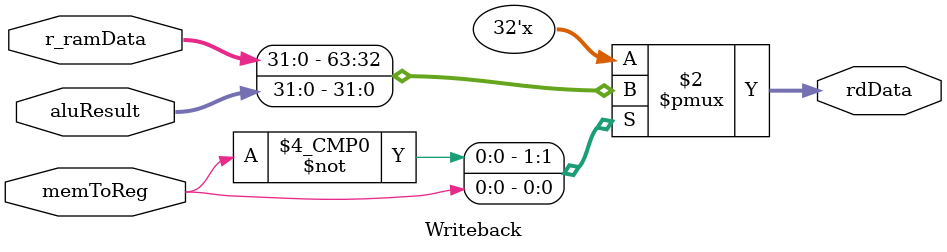
<source format=sv>
`timescale 1ns / 1ps


module Writeback(input logic memToReg,
                 input logic[31:0] r_ramData, aluResult,
                 output logic[31:0] rdData);
                 
    always_comb begin
        case(memToReg)
            1'b0: rdData = r_ramData;
            1'b1: rdData = aluResult;
        endcase 
    end 
endmodule

</source>
